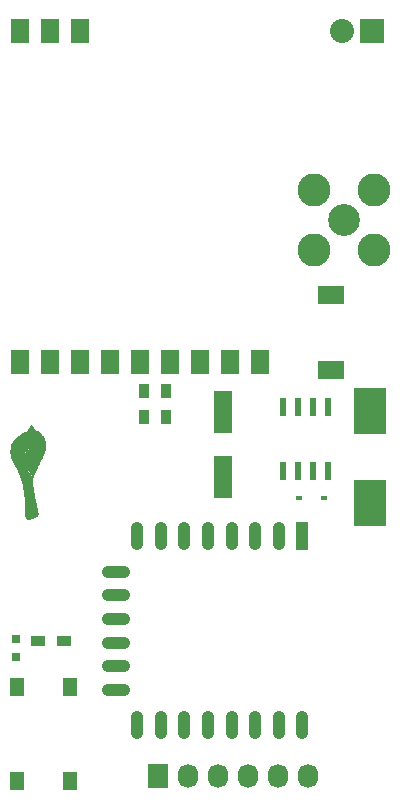
<source format=gts>
G04 #@! TF.FileFunction,Soldermask,Top*
%FSLAX46Y46*%
G04 Gerber Fmt 4.6, Leading zero omitted, Abs format (unit mm)*
G04 Created by KiCad (PCBNEW (2015-11-03 BZR 6296)-product) date Tuesday, November 17, 2015 'PMt' 04:43:17 PM*
%MOMM*%
G01*
G04 APERTURE LIST*
%ADD10C,0.100000*%
%ADD11C,0.010000*%
%ADD12R,1.600200X3.599180*%
%ADD13R,2.700020X4.000500*%
%ADD14R,0.590000X0.450000*%
%ADD15R,0.797560X0.797560*%
%ADD16C,2.800000*%
%ADD17C,2.700000*%
%ADD18R,2.200000X1.500000*%
%ADD19R,1.200000X0.900000*%
%ADD20R,1.600000X2.000000*%
%ADD21O,2.400000X1.100000*%
%ADD22R,1.100000X2.400000*%
%ADD23O,1.100000X2.400000*%
%ADD24R,0.600000X1.550000*%
%ADD25R,1.727200X2.032000*%
%ADD26O,1.727200X2.032000*%
%ADD27R,1.300000X1.550000*%
%ADD28R,2.032000X2.032000*%
%ADD29O,2.032000X2.032000*%
%ADD30R,0.900000X1.200000*%
G04 APERTURE END LIST*
D10*
D11*
G36*
X183976897Y-99391031D02*
X183975122Y-99428866D01*
X183972050Y-99464763D01*
X183967549Y-99500412D01*
X183961488Y-99537499D01*
X183956774Y-99562537D01*
X183949127Y-99599505D01*
X183940944Y-99634770D01*
X183931892Y-99669378D01*
X183921636Y-99704376D01*
X183909844Y-99740809D01*
X183896182Y-99779722D01*
X183880316Y-99822161D01*
X183861912Y-99869173D01*
X183847594Y-99904737D01*
X183828195Y-99951958D01*
X183808057Y-99999898D01*
X183786989Y-100048959D01*
X183764801Y-100099547D01*
X183741305Y-100152066D01*
X183716311Y-100206921D01*
X183689628Y-100264514D01*
X183661068Y-100325251D01*
X183630441Y-100389536D01*
X183597558Y-100457773D01*
X183562228Y-100530365D01*
X183524263Y-100607719D01*
X183483472Y-100690236D01*
X183439667Y-100778323D01*
X183410823Y-100836085D01*
X183370036Y-100917799D01*
X183332302Y-100993732D01*
X183297404Y-101064358D01*
X183265125Y-101130149D01*
X183235248Y-101191577D01*
X183207556Y-101249115D01*
X183181833Y-101303235D01*
X183157862Y-101354409D01*
X183135425Y-101403111D01*
X183114305Y-101449811D01*
X183094286Y-101494982D01*
X183075152Y-101539097D01*
X183056684Y-101582629D01*
X183038666Y-101626049D01*
X183020881Y-101669829D01*
X183003112Y-101714443D01*
X182985143Y-101760363D01*
X182978491Y-101777542D01*
X182969207Y-101801524D01*
X182960545Y-101823788D01*
X182952891Y-101843348D01*
X182946634Y-101859219D01*
X182942160Y-101870414D01*
X182939930Y-101875784D01*
X182935427Y-101885832D01*
X182916151Y-101870698D01*
X182902098Y-101858889D01*
X182884518Y-101842920D01*
X182864551Y-101823921D01*
X182843337Y-101803023D01*
X182822014Y-101781357D01*
X182801723Y-101760055D01*
X182783603Y-101740246D01*
X182776080Y-101731681D01*
X182714961Y-101656102D01*
X182656762Y-101574352D01*
X182601625Y-101486747D01*
X182549694Y-101393601D01*
X182501114Y-101295231D01*
X182456027Y-101191952D01*
X182414578Y-101084079D01*
X182376909Y-100971928D01*
X182343165Y-100855814D01*
X182313490Y-100736054D01*
X182304719Y-100696278D01*
X182292433Y-100637253D01*
X182281987Y-100583414D01*
X182273123Y-100533205D01*
X182265587Y-100485074D01*
X182259123Y-100437469D01*
X182253474Y-100388835D01*
X182252412Y-100378778D01*
X182250815Y-100358732D01*
X182249562Y-100333512D01*
X182248652Y-100304439D01*
X182248087Y-100272833D01*
X182247866Y-100240014D01*
X182247989Y-100207303D01*
X182248457Y-100176020D01*
X182249270Y-100147485D01*
X182250428Y-100123019D01*
X182251931Y-100103941D01*
X182252371Y-100100083D01*
X182263641Y-100029587D01*
X182279223Y-99964668D01*
X182299125Y-99905314D01*
X182323358Y-99851511D01*
X182351929Y-99803246D01*
X182384848Y-99760506D01*
X182422125Y-99723275D01*
X182463767Y-99691542D01*
X182509784Y-99665292D01*
X182556444Y-99645814D01*
X182584664Y-99636564D01*
X182610210Y-99629950D01*
X182635330Y-99625611D01*
X182662274Y-99623189D01*
X182693290Y-99622323D01*
X182703310Y-99622311D01*
X182760217Y-99622506D01*
X182762570Y-99599541D01*
X182764922Y-99576577D01*
X182730990Y-99526819D01*
X182681641Y-99527261D01*
X182623410Y-99531246D01*
X182566659Y-99542027D01*
X182511805Y-99559427D01*
X182459268Y-99583267D01*
X182409464Y-99613369D01*
X182362812Y-99649554D01*
X182335845Y-99674774D01*
X182299000Y-99715410D01*
X182266629Y-99759140D01*
X182238509Y-99806472D01*
X182214416Y-99857911D01*
X182194127Y-99913966D01*
X182177416Y-99975143D01*
X182164062Y-100041948D01*
X182158887Y-100075389D01*
X182156611Y-100096455D01*
X182154815Y-100123303D01*
X182153500Y-100154675D01*
X182152666Y-100189315D01*
X182152312Y-100225966D01*
X182152438Y-100263369D01*
X182153044Y-100300269D01*
X182154130Y-100335407D01*
X182155697Y-100367526D01*
X182157743Y-100395370D01*
X182158912Y-100407000D01*
X182174085Y-100521247D01*
X182193945Y-100636379D01*
X182218230Y-100751524D01*
X182246679Y-100865809D01*
X182279031Y-100978359D01*
X182315025Y-101088303D01*
X182354400Y-101194766D01*
X182396894Y-101296876D01*
X182442246Y-101393760D01*
X182470502Y-101448608D01*
X182517249Y-101531718D01*
X182566369Y-101610658D01*
X182617513Y-101684981D01*
X182670332Y-101754241D01*
X182724478Y-101817993D01*
X182779603Y-101875791D01*
X182835357Y-101927188D01*
X182861520Y-101948880D01*
X182879428Y-101963589D01*
X182891741Y-101974647D01*
X182898733Y-101982321D01*
X182900678Y-101986878D01*
X182900627Y-101987106D01*
X182896988Y-102001682D01*
X182892861Y-102022129D01*
X182888412Y-102047296D01*
X182883807Y-102076029D01*
X182879213Y-102107174D01*
X182874796Y-102139579D01*
X182870724Y-102172091D01*
X182867163Y-102203556D01*
X182864280Y-102232821D01*
X182863107Y-102246736D01*
X182861370Y-102276996D01*
X182860689Y-102310509D01*
X182861091Y-102347721D01*
X182862602Y-102389075D01*
X182865250Y-102435017D01*
X182869062Y-102485991D01*
X182874063Y-102542441D01*
X182880281Y-102604812D01*
X182887744Y-102673548D01*
X182890147Y-102694764D01*
X182901961Y-102792696D01*
X182915747Y-102897110D01*
X182931456Y-103007726D01*
X182949038Y-103124267D01*
X182968441Y-103246454D01*
X182989614Y-103374011D01*
X183012508Y-103506657D01*
X183037072Y-103644117D01*
X183063254Y-103786110D01*
X183091005Y-103932360D01*
X183120273Y-104082588D01*
X183151009Y-104236517D01*
X183183160Y-104393867D01*
X183216678Y-104554361D01*
X183251511Y-104717721D01*
X183287608Y-104883669D01*
X183293834Y-104911972D01*
X183300732Y-104943505D01*
X183307213Y-104973573D01*
X183313101Y-105001326D01*
X183318220Y-105025913D01*
X183322393Y-105046484D01*
X183325444Y-105062186D01*
X183327196Y-105072170D01*
X183327480Y-105074250D01*
X183327397Y-105101629D01*
X183321802Y-105130597D01*
X183311360Y-105159337D01*
X183296737Y-105186032D01*
X183278600Y-105208863D01*
X183277903Y-105209577D01*
X183265542Y-105220334D01*
X183247416Y-105233559D01*
X183224218Y-105248873D01*
X183196638Y-105265898D01*
X183165367Y-105284253D01*
X183131098Y-105303562D01*
X183094521Y-105323444D01*
X183056329Y-105343521D01*
X183017211Y-105363415D01*
X182977861Y-105382747D01*
X182938969Y-105401137D01*
X182901226Y-105418208D01*
X182881112Y-105426938D01*
X182812172Y-105454418D01*
X182747247Y-105476295D01*
X182686369Y-105492564D01*
X182629572Y-105503220D01*
X182576888Y-105508258D01*
X182528350Y-105507674D01*
X182483992Y-105501462D01*
X182445645Y-105490303D01*
X182425383Y-105480721D01*
X182403470Y-105467158D01*
X182382372Y-105451359D01*
X182364559Y-105435072D01*
X182359140Y-105429089D01*
X182347229Y-105413700D01*
X182336713Y-105397081D01*
X182327482Y-105378689D01*
X182319426Y-105357978D01*
X182312435Y-105334406D01*
X182306398Y-105307427D01*
X182301206Y-105276498D01*
X182296748Y-105241074D01*
X182292914Y-105200612D01*
X182289595Y-105154567D01*
X182286679Y-105102396D01*
X182284818Y-105061903D01*
X182284039Y-105042132D01*
X182283124Y-105016304D01*
X182282103Y-104985416D01*
X182281006Y-104950464D01*
X182279863Y-104912446D01*
X182278706Y-104872357D01*
X182277563Y-104831195D01*
X182276466Y-104789956D01*
X182275930Y-104769097D01*
X182273135Y-104663132D01*
X182270272Y-104563623D01*
X182267312Y-104469971D01*
X182264226Y-104381576D01*
X182260984Y-104297840D01*
X182257556Y-104218162D01*
X182253914Y-104141944D01*
X182250028Y-104068587D01*
X182245868Y-103997491D01*
X182241405Y-103928056D01*
X182236610Y-103859683D01*
X182231452Y-103791774D01*
X182225904Y-103723729D01*
X182222832Y-103687833D01*
X182208516Y-103535425D01*
X182192499Y-103388916D01*
X182174574Y-103247314D01*
X182154538Y-103109629D01*
X182132187Y-102974869D01*
X182107314Y-102842042D01*
X182079717Y-102710156D01*
X182049189Y-102578221D01*
X182015527Y-102445244D01*
X181978526Y-102310234D01*
X181937982Y-102172199D01*
X181893689Y-102030149D01*
X181858484Y-101922181D01*
X181839585Y-101865529D01*
X181821819Y-101813101D01*
X181804921Y-101764324D01*
X181788623Y-101718627D01*
X181772660Y-101675437D01*
X181756765Y-101634184D01*
X181740673Y-101594295D01*
X181724116Y-101555199D01*
X181706830Y-101516325D01*
X181688548Y-101477099D01*
X181669003Y-101436952D01*
X181647929Y-101395310D01*
X181625061Y-101351602D01*
X181600131Y-101305257D01*
X181572875Y-101255703D01*
X181543025Y-101202368D01*
X181510316Y-101144680D01*
X181474481Y-101082068D01*
X181437185Y-101017306D01*
X181408257Y-100967113D01*
X181382550Y-100922343D01*
X181359702Y-100882339D01*
X181339352Y-100846445D01*
X181321137Y-100814006D01*
X181304697Y-100784365D01*
X181289670Y-100756866D01*
X181275693Y-100730853D01*
X181262406Y-100705670D01*
X181249446Y-100680662D01*
X181236451Y-100655172D01*
X181225180Y-100632778D01*
X181193259Y-100567461D01*
X181165298Y-100506674D01*
X181140936Y-100449369D01*
X181119812Y-100394501D01*
X181101564Y-100341022D01*
X181085831Y-100287885D01*
X181072252Y-100234043D01*
X181060463Y-100178449D01*
X181051906Y-100130975D01*
X181042525Y-100071699D01*
X181035151Y-100017114D01*
X181029623Y-99965196D01*
X181025777Y-99913926D01*
X181023450Y-99861279D01*
X181022478Y-99805234D01*
X181022491Y-99766708D01*
X181022691Y-99740120D01*
X181022949Y-99715076D01*
X181023249Y-99692670D01*
X181023574Y-99673997D01*
X181023908Y-99660149D01*
X181024233Y-99652223D01*
X181024245Y-99652056D01*
X181033260Y-99561009D01*
X181046904Y-99471200D01*
X181064958Y-99383485D01*
X181087202Y-99298718D01*
X181113417Y-99217756D01*
X181143381Y-99141455D01*
X181170183Y-99083791D01*
X181217081Y-98997957D01*
X181270623Y-98914330D01*
X181330727Y-98832988D01*
X181397310Y-98754006D01*
X181470292Y-98677461D01*
X181549589Y-98603429D01*
X181635121Y-98531985D01*
X181726804Y-98463207D01*
X181824558Y-98397171D01*
X181928299Y-98333952D01*
X182037947Y-98273627D01*
X182046254Y-98269300D01*
X182121266Y-98232293D01*
X182199011Y-98197779D01*
X182280420Y-98165400D01*
X182366426Y-98134798D01*
X182457961Y-98105612D01*
X182514242Y-98089110D01*
X182540831Y-98081543D01*
X182639956Y-97835806D01*
X182655931Y-97796329D01*
X182671209Y-97758813D01*
X182685578Y-97723766D01*
X182698827Y-97691694D01*
X182710743Y-97663102D01*
X182721113Y-97638498D01*
X182729726Y-97618388D01*
X182736370Y-97603278D01*
X182740832Y-97593674D01*
X182742899Y-97590083D01*
X182742945Y-97590069D01*
X182745822Y-97592644D01*
X182753035Y-97600115D01*
X182764238Y-97612098D01*
X182779083Y-97628213D01*
X182797224Y-97648078D01*
X182818314Y-97671310D01*
X182842006Y-97697529D01*
X182867952Y-97726351D01*
X182895807Y-97757395D01*
X182925222Y-97790280D01*
X182948034Y-97815847D01*
X183149259Y-98041625D01*
X183188978Y-98056003D01*
X183259052Y-98084338D01*
X183325955Y-98117586D01*
X183390293Y-98156152D01*
X183452676Y-98200445D01*
X183513713Y-98250870D01*
X183574010Y-98307835D01*
X183590083Y-98324224D01*
X183650261Y-98391538D01*
X183705941Y-98464130D01*
X183756990Y-98541734D01*
X183803278Y-98624086D01*
X183844670Y-98710921D01*
X183881036Y-98801974D01*
X183912242Y-98896979D01*
X183938158Y-98995671D01*
X183948166Y-99041750D01*
X183956803Y-99086147D01*
X183963573Y-99125869D01*
X183968705Y-99162979D01*
X183972428Y-99199540D01*
X183974971Y-99237614D01*
X183976561Y-99279265D01*
X183977084Y-99302806D01*
X183977507Y-99349574D01*
X183976897Y-99391031D01*
X183976897Y-99391031D01*
G37*
X183976897Y-99391031D02*
X183975122Y-99428866D01*
X183972050Y-99464763D01*
X183967549Y-99500412D01*
X183961488Y-99537499D01*
X183956774Y-99562537D01*
X183949127Y-99599505D01*
X183940944Y-99634770D01*
X183931892Y-99669378D01*
X183921636Y-99704376D01*
X183909844Y-99740809D01*
X183896182Y-99779722D01*
X183880316Y-99822161D01*
X183861912Y-99869173D01*
X183847594Y-99904737D01*
X183828195Y-99951958D01*
X183808057Y-99999898D01*
X183786989Y-100048959D01*
X183764801Y-100099547D01*
X183741305Y-100152066D01*
X183716311Y-100206921D01*
X183689628Y-100264514D01*
X183661068Y-100325251D01*
X183630441Y-100389536D01*
X183597558Y-100457773D01*
X183562228Y-100530365D01*
X183524263Y-100607719D01*
X183483472Y-100690236D01*
X183439667Y-100778323D01*
X183410823Y-100836085D01*
X183370036Y-100917799D01*
X183332302Y-100993732D01*
X183297404Y-101064358D01*
X183265125Y-101130149D01*
X183235248Y-101191577D01*
X183207556Y-101249115D01*
X183181833Y-101303235D01*
X183157862Y-101354409D01*
X183135425Y-101403111D01*
X183114305Y-101449811D01*
X183094286Y-101494982D01*
X183075152Y-101539097D01*
X183056684Y-101582629D01*
X183038666Y-101626049D01*
X183020881Y-101669829D01*
X183003112Y-101714443D01*
X182985143Y-101760363D01*
X182978491Y-101777542D01*
X182969207Y-101801524D01*
X182960545Y-101823788D01*
X182952891Y-101843348D01*
X182946634Y-101859219D01*
X182942160Y-101870414D01*
X182939930Y-101875784D01*
X182935427Y-101885832D01*
X182916151Y-101870698D01*
X182902098Y-101858889D01*
X182884518Y-101842920D01*
X182864551Y-101823921D01*
X182843337Y-101803023D01*
X182822014Y-101781357D01*
X182801723Y-101760055D01*
X182783603Y-101740246D01*
X182776080Y-101731681D01*
X182714961Y-101656102D01*
X182656762Y-101574352D01*
X182601625Y-101486747D01*
X182549694Y-101393601D01*
X182501114Y-101295231D01*
X182456027Y-101191952D01*
X182414578Y-101084079D01*
X182376909Y-100971928D01*
X182343165Y-100855814D01*
X182313490Y-100736054D01*
X182304719Y-100696278D01*
X182292433Y-100637253D01*
X182281987Y-100583414D01*
X182273123Y-100533205D01*
X182265587Y-100485074D01*
X182259123Y-100437469D01*
X182253474Y-100388835D01*
X182252412Y-100378778D01*
X182250815Y-100358732D01*
X182249562Y-100333512D01*
X182248652Y-100304439D01*
X182248087Y-100272833D01*
X182247866Y-100240014D01*
X182247989Y-100207303D01*
X182248457Y-100176020D01*
X182249270Y-100147485D01*
X182250428Y-100123019D01*
X182251931Y-100103941D01*
X182252371Y-100100083D01*
X182263641Y-100029587D01*
X182279223Y-99964668D01*
X182299125Y-99905314D01*
X182323358Y-99851511D01*
X182351929Y-99803246D01*
X182384848Y-99760506D01*
X182422125Y-99723275D01*
X182463767Y-99691542D01*
X182509784Y-99665292D01*
X182556444Y-99645814D01*
X182584664Y-99636564D01*
X182610210Y-99629950D01*
X182635330Y-99625611D01*
X182662274Y-99623189D01*
X182693290Y-99622323D01*
X182703310Y-99622311D01*
X182760217Y-99622506D01*
X182762570Y-99599541D01*
X182764922Y-99576577D01*
X182730990Y-99526819D01*
X182681641Y-99527261D01*
X182623410Y-99531246D01*
X182566659Y-99542027D01*
X182511805Y-99559427D01*
X182459268Y-99583267D01*
X182409464Y-99613369D01*
X182362812Y-99649554D01*
X182335845Y-99674774D01*
X182299000Y-99715410D01*
X182266629Y-99759140D01*
X182238509Y-99806472D01*
X182214416Y-99857911D01*
X182194127Y-99913966D01*
X182177416Y-99975143D01*
X182164062Y-100041948D01*
X182158887Y-100075389D01*
X182156611Y-100096455D01*
X182154815Y-100123303D01*
X182153500Y-100154675D01*
X182152666Y-100189315D01*
X182152312Y-100225966D01*
X182152438Y-100263369D01*
X182153044Y-100300269D01*
X182154130Y-100335407D01*
X182155697Y-100367526D01*
X182157743Y-100395370D01*
X182158912Y-100407000D01*
X182174085Y-100521247D01*
X182193945Y-100636379D01*
X182218230Y-100751524D01*
X182246679Y-100865809D01*
X182279031Y-100978359D01*
X182315025Y-101088303D01*
X182354400Y-101194766D01*
X182396894Y-101296876D01*
X182442246Y-101393760D01*
X182470502Y-101448608D01*
X182517249Y-101531718D01*
X182566369Y-101610658D01*
X182617513Y-101684981D01*
X182670332Y-101754241D01*
X182724478Y-101817993D01*
X182779603Y-101875791D01*
X182835357Y-101927188D01*
X182861520Y-101948880D01*
X182879428Y-101963589D01*
X182891741Y-101974647D01*
X182898733Y-101982321D01*
X182900678Y-101986878D01*
X182900627Y-101987106D01*
X182896988Y-102001682D01*
X182892861Y-102022129D01*
X182888412Y-102047296D01*
X182883807Y-102076029D01*
X182879213Y-102107174D01*
X182874796Y-102139579D01*
X182870724Y-102172091D01*
X182867163Y-102203556D01*
X182864280Y-102232821D01*
X182863107Y-102246736D01*
X182861370Y-102276996D01*
X182860689Y-102310509D01*
X182861091Y-102347721D01*
X182862602Y-102389075D01*
X182865250Y-102435017D01*
X182869062Y-102485991D01*
X182874063Y-102542441D01*
X182880281Y-102604812D01*
X182887744Y-102673548D01*
X182890147Y-102694764D01*
X182901961Y-102792696D01*
X182915747Y-102897110D01*
X182931456Y-103007726D01*
X182949038Y-103124267D01*
X182968441Y-103246454D01*
X182989614Y-103374011D01*
X183012508Y-103506657D01*
X183037072Y-103644117D01*
X183063254Y-103786110D01*
X183091005Y-103932360D01*
X183120273Y-104082588D01*
X183151009Y-104236517D01*
X183183160Y-104393867D01*
X183216678Y-104554361D01*
X183251511Y-104717721D01*
X183287608Y-104883669D01*
X183293834Y-104911972D01*
X183300732Y-104943505D01*
X183307213Y-104973573D01*
X183313101Y-105001326D01*
X183318220Y-105025913D01*
X183322393Y-105046484D01*
X183325444Y-105062186D01*
X183327196Y-105072170D01*
X183327480Y-105074250D01*
X183327397Y-105101629D01*
X183321802Y-105130597D01*
X183311360Y-105159337D01*
X183296737Y-105186032D01*
X183278600Y-105208863D01*
X183277903Y-105209577D01*
X183265542Y-105220334D01*
X183247416Y-105233559D01*
X183224218Y-105248873D01*
X183196638Y-105265898D01*
X183165367Y-105284253D01*
X183131098Y-105303562D01*
X183094521Y-105323444D01*
X183056329Y-105343521D01*
X183017211Y-105363415D01*
X182977861Y-105382747D01*
X182938969Y-105401137D01*
X182901226Y-105418208D01*
X182881112Y-105426938D01*
X182812172Y-105454418D01*
X182747247Y-105476295D01*
X182686369Y-105492564D01*
X182629572Y-105503220D01*
X182576888Y-105508258D01*
X182528350Y-105507674D01*
X182483992Y-105501462D01*
X182445645Y-105490303D01*
X182425383Y-105480721D01*
X182403470Y-105467158D01*
X182382372Y-105451359D01*
X182364559Y-105435072D01*
X182359140Y-105429089D01*
X182347229Y-105413700D01*
X182336713Y-105397081D01*
X182327482Y-105378689D01*
X182319426Y-105357978D01*
X182312435Y-105334406D01*
X182306398Y-105307427D01*
X182301206Y-105276498D01*
X182296748Y-105241074D01*
X182292914Y-105200612D01*
X182289595Y-105154567D01*
X182286679Y-105102396D01*
X182284818Y-105061903D01*
X182284039Y-105042132D01*
X182283124Y-105016304D01*
X182282103Y-104985416D01*
X182281006Y-104950464D01*
X182279863Y-104912446D01*
X182278706Y-104872357D01*
X182277563Y-104831195D01*
X182276466Y-104789956D01*
X182275930Y-104769097D01*
X182273135Y-104663132D01*
X182270272Y-104563623D01*
X182267312Y-104469971D01*
X182264226Y-104381576D01*
X182260984Y-104297840D01*
X182257556Y-104218162D01*
X182253914Y-104141944D01*
X182250028Y-104068587D01*
X182245868Y-103997491D01*
X182241405Y-103928056D01*
X182236610Y-103859683D01*
X182231452Y-103791774D01*
X182225904Y-103723729D01*
X182222832Y-103687833D01*
X182208516Y-103535425D01*
X182192499Y-103388916D01*
X182174574Y-103247314D01*
X182154538Y-103109629D01*
X182132187Y-102974869D01*
X182107314Y-102842042D01*
X182079717Y-102710156D01*
X182049189Y-102578221D01*
X182015527Y-102445244D01*
X181978526Y-102310234D01*
X181937982Y-102172199D01*
X181893689Y-102030149D01*
X181858484Y-101922181D01*
X181839585Y-101865529D01*
X181821819Y-101813101D01*
X181804921Y-101764324D01*
X181788623Y-101718627D01*
X181772660Y-101675437D01*
X181756765Y-101634184D01*
X181740673Y-101594295D01*
X181724116Y-101555199D01*
X181706830Y-101516325D01*
X181688548Y-101477099D01*
X181669003Y-101436952D01*
X181647929Y-101395310D01*
X181625061Y-101351602D01*
X181600131Y-101305257D01*
X181572875Y-101255703D01*
X181543025Y-101202368D01*
X181510316Y-101144680D01*
X181474481Y-101082068D01*
X181437185Y-101017306D01*
X181408257Y-100967113D01*
X181382550Y-100922343D01*
X181359702Y-100882339D01*
X181339352Y-100846445D01*
X181321137Y-100814006D01*
X181304697Y-100784365D01*
X181289670Y-100756866D01*
X181275693Y-100730853D01*
X181262406Y-100705670D01*
X181249446Y-100680662D01*
X181236451Y-100655172D01*
X181225180Y-100632778D01*
X181193259Y-100567461D01*
X181165298Y-100506674D01*
X181140936Y-100449369D01*
X181119812Y-100394501D01*
X181101564Y-100341022D01*
X181085831Y-100287885D01*
X181072252Y-100234043D01*
X181060463Y-100178449D01*
X181051906Y-100130975D01*
X181042525Y-100071699D01*
X181035151Y-100017114D01*
X181029623Y-99965196D01*
X181025777Y-99913926D01*
X181023450Y-99861279D01*
X181022478Y-99805234D01*
X181022491Y-99766708D01*
X181022691Y-99740120D01*
X181022949Y-99715076D01*
X181023249Y-99692670D01*
X181023574Y-99673997D01*
X181023908Y-99660149D01*
X181024233Y-99652223D01*
X181024245Y-99652056D01*
X181033260Y-99561009D01*
X181046904Y-99471200D01*
X181064958Y-99383485D01*
X181087202Y-99298718D01*
X181113417Y-99217756D01*
X181143381Y-99141455D01*
X181170183Y-99083791D01*
X181217081Y-98997957D01*
X181270623Y-98914330D01*
X181330727Y-98832988D01*
X181397310Y-98754006D01*
X181470292Y-98677461D01*
X181549589Y-98603429D01*
X181635121Y-98531985D01*
X181726804Y-98463207D01*
X181824558Y-98397171D01*
X181928299Y-98333952D01*
X182037947Y-98273627D01*
X182046254Y-98269300D01*
X182121266Y-98232293D01*
X182199011Y-98197779D01*
X182280420Y-98165400D01*
X182366426Y-98134798D01*
X182457961Y-98105612D01*
X182514242Y-98089110D01*
X182540831Y-98081543D01*
X182639956Y-97835806D01*
X182655931Y-97796329D01*
X182671209Y-97758813D01*
X182685578Y-97723766D01*
X182698827Y-97691694D01*
X182710743Y-97663102D01*
X182721113Y-97638498D01*
X182729726Y-97618388D01*
X182736370Y-97603278D01*
X182740832Y-97593674D01*
X182742899Y-97590083D01*
X182742945Y-97590069D01*
X182745822Y-97592644D01*
X182753035Y-97600115D01*
X182764238Y-97612098D01*
X182779083Y-97628213D01*
X182797224Y-97648078D01*
X182818314Y-97671310D01*
X182842006Y-97697529D01*
X182867952Y-97726351D01*
X182895807Y-97757395D01*
X182925222Y-97790280D01*
X182948034Y-97815847D01*
X183149259Y-98041625D01*
X183188978Y-98056003D01*
X183259052Y-98084338D01*
X183325955Y-98117586D01*
X183390293Y-98156152D01*
X183452676Y-98200445D01*
X183513713Y-98250870D01*
X183574010Y-98307835D01*
X183590083Y-98324224D01*
X183650261Y-98391538D01*
X183705941Y-98464130D01*
X183756990Y-98541734D01*
X183803278Y-98624086D01*
X183844670Y-98710921D01*
X183881036Y-98801974D01*
X183912242Y-98896979D01*
X183938158Y-98995671D01*
X183948166Y-99041750D01*
X183956803Y-99086147D01*
X183963573Y-99125869D01*
X183968705Y-99162979D01*
X183972428Y-99199540D01*
X183974971Y-99237614D01*
X183976561Y-99279265D01*
X183977084Y-99302806D01*
X183977507Y-99349574D01*
X183976897Y-99391031D01*
D12*
X199000000Y-102000820D03*
X199000000Y-96499180D03*
D13*
X211500000Y-104138740D03*
X211500000Y-96361260D03*
D14*
X207555000Y-103750000D03*
X205445000Y-103750000D03*
D15*
X181525000Y-117199300D03*
X181525000Y-115700700D03*
D16*
X206710000Y-77710000D03*
X206710000Y-82790000D03*
X211790000Y-82790000D03*
X211790000Y-77710000D03*
D17*
X209250000Y-80250000D03*
D18*
X208200000Y-86600000D03*
X208200000Y-92900000D03*
D19*
X183350000Y-115850000D03*
X185550000Y-115850000D03*
D20*
X181850000Y-64250000D03*
X184390000Y-64250000D03*
X186930000Y-64250000D03*
X202170000Y-92250000D03*
X199630000Y-92250000D03*
X197090000Y-92250000D03*
X194550000Y-92250000D03*
X192010000Y-92250000D03*
X189470000Y-92250000D03*
X186930000Y-92250000D03*
X184390000Y-92250000D03*
X181850000Y-92250000D03*
D21*
X190000000Y-109990000D03*
X190000000Y-111990000D03*
X190000000Y-113990000D03*
X190000000Y-115990000D03*
X190000000Y-117990000D03*
X190000000Y-119990000D03*
D22*
X205750000Y-107000000D03*
D23*
X203750000Y-107000000D03*
X201750000Y-107000000D03*
X199750000Y-107000000D03*
X197750000Y-107000000D03*
X195750000Y-107000000D03*
X193750000Y-107000000D03*
X191750000Y-107000000D03*
X191750000Y-123000000D03*
X193750000Y-123000000D03*
X195750000Y-123000000D03*
X197750000Y-123000000D03*
X199750000Y-123000000D03*
X201750000Y-123000000D03*
X203750000Y-123000000D03*
X205750000Y-123000000D03*
D24*
X207905000Y-96050000D03*
X206635000Y-96050000D03*
X205365000Y-96050000D03*
X204095000Y-96050000D03*
X204095000Y-101450000D03*
X205365000Y-101450000D03*
X206635000Y-101450000D03*
X207905000Y-101450000D03*
D25*
X193500000Y-127250000D03*
D26*
X196040000Y-127250000D03*
X198580000Y-127250000D03*
X201120000Y-127250000D03*
X203660000Y-127250000D03*
X206200000Y-127250000D03*
D27*
X186100000Y-127675000D03*
X181600000Y-127675000D03*
X181600000Y-119725000D03*
X186100000Y-119725000D03*
D28*
X211600000Y-64200000D03*
D29*
X209060000Y-64200000D03*
D30*
X192300000Y-94700000D03*
X192300000Y-96900000D03*
X194200000Y-96900000D03*
X194200000Y-94700000D03*
M02*

</source>
